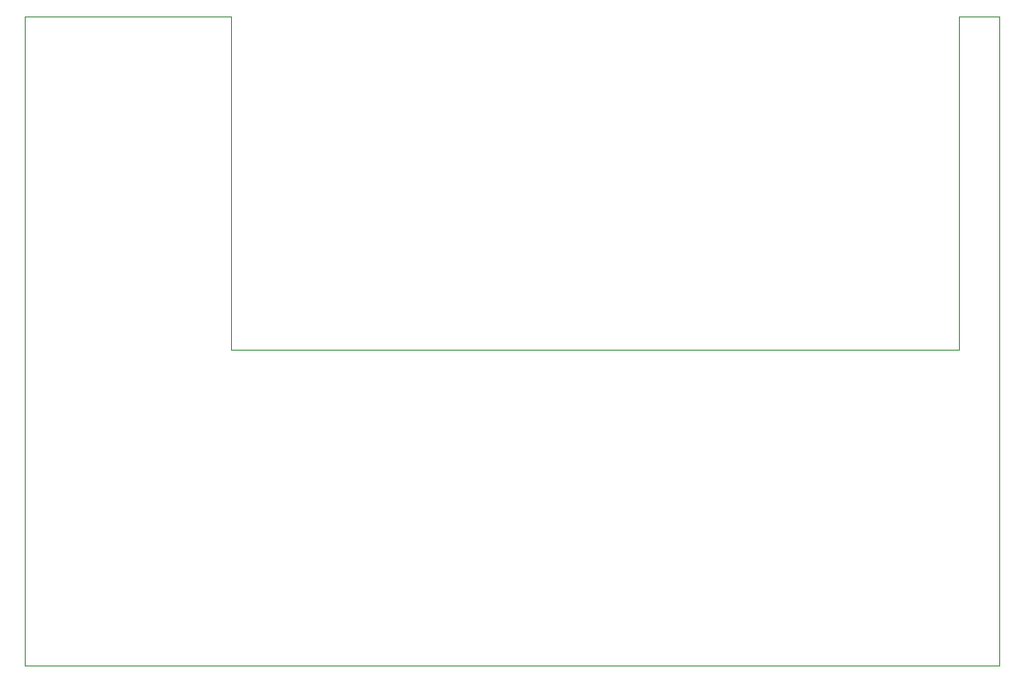
<source format=gm1>
G04 Layer_Color=16711935*
%FSLAX25Y25*%
%MOIN*%
G70*
G01*
G75*
%ADD27C,0.00394*%
D27*
X200000Y443720D02*
X275000D01*
X539500D02*
X554331D01*
Y207500D02*
Y443720D01*
X539500Y322220D02*
Y443720D01*
X275000Y322220D02*
Y443720D01*
Y322220D02*
X539500D01*
X200000Y207500D02*
Y443720D01*
Y207500D02*
X554331D01*
M02*

</source>
